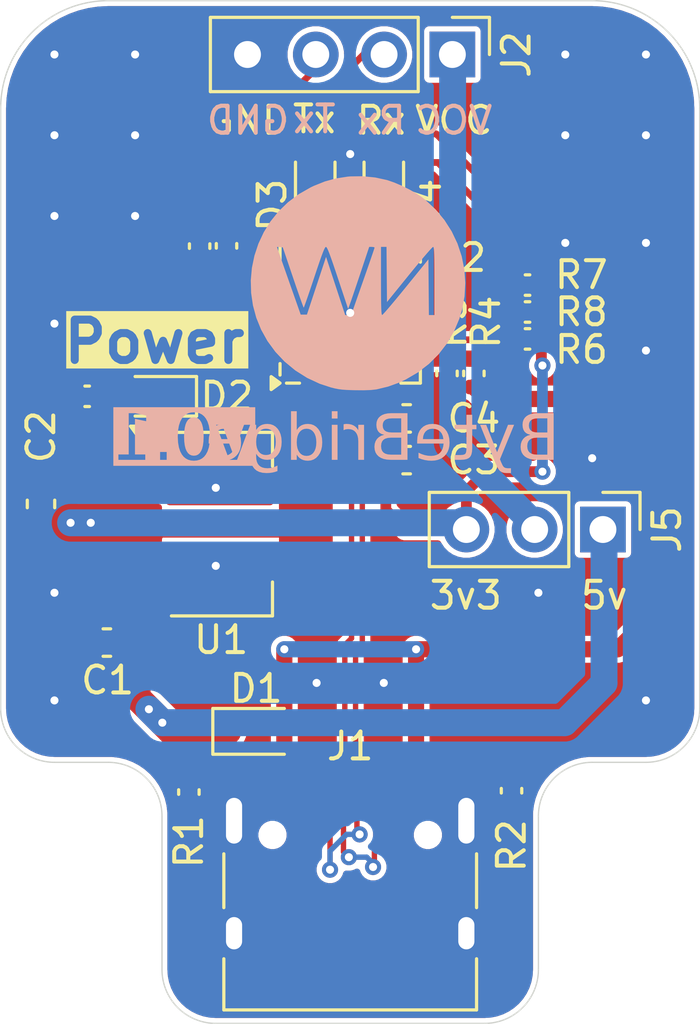
<source format=kicad_pcb>
(kicad_pcb (version 20241229) (generator "pcbnew") (generator_version "9.0")
  (layers (0 "F.Cu" signal) (2 "B.Cu" signal) (13 "F.Paste" user) (15 "B.Paste" user) (5 "F.SilkS" user "F.Silkscreen") (7 "B.SilkS" user "B.Silkscreen") (1 "F.Mask" user) (3 "B.Mask" user) (25 "Edge.Cuts" user))
  (net 0 "")
  (net 1 "+5V")
  (net 2 "GND")
  (net 3 "+3.3V")
  (net 4 "VBUS")
  (net 5 "Net-(D2-A)")
  (net 6 "Net-(D3-K)")
  (net 7 "Net-(D3-A)")
  (net 8 "Net-(D4-K)")
  (net 9 "Net-(D4-A)")
  (net 10 "/D+")
  (net 11 "Net-(J1-CC2)")
  (net 12 "/D-")
  (net 15 "Net-(J1-CC1)")
  (net 16 "Net-(J2-Pin_1)")
  (net 17 "/RX")
  (net 18 "/TX")
  (net 24 "/~{RST}")
  (net 25 "Net-(U2-VBUS)")
  (net 26 "Net-(U2-TXD)")
  (net 27 "Net-(U2-RXD)")
  (footprint "Capacitor_SMD:C_0603_1608Metric" (layer "F.Cu") (at 149.015 88.036808)
    (property "Reference" "C3" (at 2.5 0 0) (layer "F.SilkS"))
    (property "Value" "22u" (hide yes))
    (fp_line (start -0.14058 -0.51) (end 0.14058 -0.51) (stroke (width 0.12)) (layer "F.SilkS"))
    (fp_line (start -0.14058 0.51) (end 0.14058 0.51) (stroke (width 0.12)) (layer "F.SilkS"))
    (pad "1" smd roundrect (at -0.775 0) (size 0.9 0.95) (layers "F.Cu" "F.Mask" "F.Paste") (net 3 "+3.3V"))
    (pad "2" smd roundrect (at 0.775 0) (size 0.9 0.95) (layers "F.Cu" "F.Mask" "F.Paste") (net 2 "GND"))
  )
  (footprint "LED_SMD:LED_0603_1608Metric" (layer "F.Cu") (at 139.715 85.665 180)
    (property "Reference" "D2" (at -2.6125 0 0) (layer "F.SilkS"))
    (property "Value" "LED" (hide yes))
    (fp_line (start 0.8 -0.735) (end -1.485 -0.735) (stroke (width 0.12)) (layer "F.SilkS"))
    (fp_line (start -1.485 0.735) (end 0.8 0.735) (stroke (width 0.12)) (layer "F.SilkS"))
    (fp_line (start -1.485 -0.735) (end -1.485 0.735) (stroke (width 0.12)) (layer "F.SilkS"))
    (pad "1" smd roundrect (at -0.7875 0 180) (size 0.875 0.95) (layers "F.Cu" "F.Mask" "F.Paste") (net 2 "GND"))
    (pad "2" smd roundrect (at 0.7875 0 180) (size 0.875 0.95) (layers "F.Cu" "F.Mask" "F.Paste") (net 5 "Net-(D2-A)"))
  )
  (footprint "Resistor_SMD:R_0402_1005Metric" (layer "F.Cu") (at 142.315 80.079494 -90)
    (property "Reference" "R10" (hide yes))
    (property "Value" "0" (hide yes))
    (fp_line (start -0.09 0.38) (end 0.08 0.38) (stroke (width 0.12)) (layer "F.SilkS"))
    (fp_line (start -0.09 -0.38) (end 0.08 -0.38) (stroke (width 0.12)) (layer "F.SilkS"))
    (pad "1" smd roundrect (at -0.51 0 270) (size 0.54 0.64) (layers "F.Cu" "F.Mask" "F.Paste") (net 17 "/RX"))
    (pad "2" smd roundrect (at 0.51 0 270) (size 0.54 0.64) (layers "F.Cu" "F.Mask" "F.Paste") (net 27 "Net-(U2-RXD)"))
  )
  (footprint "Connector_PinHeader_2.54mm:PinHeader_1x04_P2.54mm_Vertical" (layer "F.Cu") (at 150.715 72.965 -90)
    (property "Reference" "J2" (at 0 -2.38 90) (layer "F.SilkS"))
    (property "Value" "Conn_01x04_Pin" (hide yes))
    (fp_line (start -1.38 9) (end 1.38 9) (stroke (width 0.12)) (layer "F.SilkS"))
    (fp_line (start -1.38 1.27) (end -1.38 9) (stroke (width 0.12)) (layer "F.SilkS"))
    (fp_line (start -1.38 1.27) (end 1.38 1.27) (stroke (width 0.12)) (layer "F.SilkS"))
    (fp_line (start 1.38 1.27) (end 1.38 9) (stroke (width 0.12)) (layer "F.SilkS"))
    (fp_line (start -1.38 0) (end -1.38 -1.38) (stroke (width 0.12)) (layer "F.SilkS"))
    (fp_line (start -1.38 -1.38) (end 0 -1.38) (stroke (width 0.12)) (layer "F.SilkS"))
    (pad "1" thru_hole rect (at 0 0 270) (size 1.7 1.7) (drill 1) (layers "*.Cu" "*.Mask") (net 16 "Net-(J2-Pin_1)"))
    (pad "2" thru_hole circle (at 0 2.54 270) (size 1.7 1.7) (drill 1) (layers "*.Cu" "*.Mask") (net 17 "/RX"))
    (pad "3" thru_hole circle (at 0 5.08 270) (size 1.7 1.7) (drill 1) (layers "*.Cu" "*.Mask") (net 18 "/TX"))
    (pad "4" thru_hole circle (at 0 7.62 270) (size 1.7 1.7) (drill 1) (layers "*.Cu" "*.Mask") (net 2 "GND"))
  )
  (footprint "Resistor_SMD:R_0402_1005Metric" (layer "F.Cu") (at 141.315 80.079494 90)
    (property "Reference" "R9" (hide yes))
    (property "Value" "0" (hide yes))
    (fp_line (start -0.09 -0.38) (end 0.08 -0.38) (stroke (width 0.12)) (layer "F.SilkS"))
    (fp_line (start -0.09 0.38) (end 0.08 0.38) (stroke (width 0.12)) (layer "F.SilkS"))
    (pad "1" smd roundrect (at -0.51 0 90) (size 0.54 0.64) (layers "F.Cu" "F.Mask" "F.Paste") (net 26 "Net-(U2-TXD)"))
    (pad "2" smd roundrect (at 0.51 0 90) (size 0.54 0.64) (layers "F.Cu" "F.Mask" "F.Paste") (net 18 "/TX"))
  )
  (footprint "Resistor_SMD:R_0402_1005Metric" (layer "F.Cu") (at 140.915 100.365 90)
    (property "Reference" "R1" (at -1.85 0 90) (layer "F.SilkS"))
    (property "Value" "5k1" (hide yes))
    (fp_line (start -0.09 -0.38) (end 0.08 -0.38) (stroke (width 0.12)) (layer "F.SilkS"))
    (fp_line (start -0.09 0.38) (end 0.08 0.38) (stroke (width 0.12)) (layer "F.SilkS"))
    (pad "1" smd roundrect (at -0.51 0 90) (size 0.54 0.64) (layers "F.Cu" "F.Mask" "F.Paste") (net 15 "Net-(J1-CC1)"))
    (pad "2" smd roundrect (at 0.51 0 90) (size 0.54 0.64) (layers "F.Cu" "F.Mask" "F.Paste") (net 2 "GND"))
  )
  (footprint "Connector_PinHeader_2.54mm:PinHeader_1x03_P2.54mm_Vertical" (layer "F.Cu") (at 156.315 90.615 -90)
    (property "Reference" "J5" (at 0 -2.38 90) (layer "F.SilkS"))
    (property "Value" "Conn_01x03_Pin" (hide yes))
    (fp_line (start -1.38 6.46) (end 1.38 6.46) (stroke (width 0.12)) (layer "F.SilkS"))
    (fp_line (start -1.38 1.27) (end -1.38 6.46) (stroke (width 0.12)) (layer "F.SilkS"))
    (fp_line (start -1.38 1.27) (end 1.38 1.27) (stroke (width 0.12)) (layer "F.SilkS"))
    (fp_line (start 1.38 1.27) (end 1.38 6.46) (stroke (width 0.12)) (layer "F.SilkS"))
    (fp_line (start -1.38 0) (end -1.38 -1.38) (stroke (width 0.12)) (layer "F.SilkS"))
    (fp_line (start -1.38 -1.38) (end 0 -1.38) (stroke (width 0.12)) (layer "F.SilkS"))
    (pad "1" thru_hole rect (at 0 0 270) (size 1.7 1.7) (drill 1) (layers "*.Cu" "*.Mask") (net 1 "+5V"))
    (pad "2" thru_hole circle (at 0 2.54 270) (size 1.7 1.7) (drill 1) (layers "*.Cu" "*.Mask") (net 16 "Net-(J2-Pin_1)"))
    (pad "3" thru_hole circle (at 0 5.08 270) (size 1.7 1.7) (drill 1) (layers "*.Cu" "*.Mask") (net 3 "+3.3V"))
  )
  (footprint "Resistor_SMD:R_0402_1005Metric" (layer "F.Cu") (at 150.515 84.81036 90)
    (property "Reference" "R5" (at 1.91 0.2 90) (layer "F.SilkS"))
    (property "Value" "47.5k" (hide yes))
    (fp_line (start -0.09 -0.38) (end 0.08 -0.38) (stroke (width 0.12)) (layer "F.SilkS"))
    (fp_line (start -0.09 0.38) (end 0.08 0.38) (stroke (width 0.12)) (layer "F.SilkS"))
    (pad "1" smd roundrect (at -0.51 0 90) (size 0.54 0.64) (layers "F.Cu" "F.Mask" "F.Paste") (net 2 "GND"))
    (pad "2" smd roundrect (at 0.51 0 90) (size 0.54 0.64) (layers "F.Cu" "F.Mask" "F.Paste") (net 25 "Net-(U2-VBUS)"))
  )
  (footprint "Resistor_SMD:R_0402_1005Metric" (layer "F.Cu") (at 137.1275 85.665 180)
    (property "Reference" "R3" (hide yes))
    (property "Value" "1k" (hide yes))
    (fp_line (start -0.09 0.38) (end 0.08 0.38) (stroke (width 0.12)) (layer "F.SilkS"))
    (fp_line (start -0.09 -0.38) (end 0.08 -0.38) (stroke (width 0.12)) (layer "F.SilkS"))
    (pad "1" smd roundrect (at -0.51 0 180) (size 0.54 0.64) (layers "F.Cu" "F.Mask" "F.Paste") (net 5 "Net-(D2-A)"))
    (pad "2" smd roundrect (at 0.51 0 180) (size 0.54 0.64) (layers "F.Cu" "F.Mask" "F.Paste") (net 3 "+3.3V"))
  )
  (footprint "Connector_USB:USB_C_Receptacle_HRO_TYPE-C-31-M-12" (layer "F.Cu") (at 146.915 104.565)
    (property "Reference" "J1" (at 0 -5.9 0) (layer "F.SilkS"))
    (property "Value" "USB_C_Receptacle_USB2.0_16P" (hide yes))
    (fp_line (start -4.7 -1.9) (end -4.7 0.1) (stroke (width 0.12)) (layer "F.SilkS"))
    (fp_line (start -4.7 2) (end -4.7 3.9) (stroke (width 0.12)) (layer "F.SilkS"))
    (fp_line (start -4.7 3.9) (end 4.7 3.9) (stroke (width 0.12)) (layer "F.SilkS"))
    (fp_line (start 4.7 -1.9) (end 4.7 0.1) (stroke (width 0.12)) (layer "F.SilkS"))
    (fp_line (start 4.7 2) (end 4.7 3.9) (stroke (width 0.12)) (layer "F.SilkS"))
    (pad "" np_thru_hole circle (at -2.89 -2.6) (size 0.65 0.65) (drill 0.65) (layers "*.Cu" "*.Mask"))
    (pad "" np_thru_hole circle (at 2.89 -2.6) (size 0.65 0.65) (drill 0.65) (layers "*.Cu" "*.Mask"))
    (pad "A1" smd rect (at -3.25 -4.045) (size 0.6 1.45) (layers "F.Cu" "F.Mask" "F.Paste") (net 2 "GND"))
    (pad "A4" smd rect (at -2.45 -4.045) (size 0.6 1.45) (layers "F.Cu" "F.Mask" "F.Paste") (net 4 "VBUS"))
    (pad "A5" smd rect (at -1.25 -4.045) (size 0.3 1.45) (layers "F.Cu" "F.Mask" "F.Paste") (net 15 "Net-(J1-CC1)"))
    (pad "A6" smd rect (at -0.25 -4.045) (size 0.3 1.45) (layers "F.Cu" "F.Mask" "F.Paste") (net 10 "/D+"))
    (pad "A7" smd rect (at 0.25 -4.045) (size 0.3 1.45) (layers "F.Cu" "F.Mask" "F.Paste") (net 12 "/D-"))
    (pad "A8" smd rect (at 1.25 -4.045) (size 0.3 1.45) (layers "F.Cu" "F.Mask" "F.Paste"))
    (pad "A9" smd rect (at 2.45 -4.045) (size 0.6 1.45) (layers "F.Cu" "F.Mask" "F.Paste") (net 4 "VBUS"))
    (pad "A12" smd rect (at 3.25 -4.045) (size 0.6 1.45) (layers "F.Cu" "F.Mask" "F.Paste") (net 2 "GND"))
    (pad "B1" smd rect (at 3.25 -4.045) (size 0.6 1.45) (layers "F.Cu" "F.Mask" "F.Paste") (net 2 "GND"))
    (pad "B4" smd rect (at 2.45 -4.045) (size 0.6 1.45) (layers "F.Cu" "F.Mask" "F.Paste") (net 4 "VBUS"))
    (pad "B5" smd rect (at 1.75 -4.045) (size 0.3 1.45) (layers "F.Cu" "F.Mask" "F.Paste") (net 11 "Net-(J1-CC2)"))
    (pad "B6" smd rect (at 0.75 -4.045) (size 0.3 1.45) (layers "F.Cu" "F.Mask" "F.Paste") (net 10 "/D+"))
    (pad "B7" smd rect (at -0.75 -4.045) (size 0.3 1.45) (layers "F.Cu" "F.Mask" "F.Paste") (net 12 "/D-"))
    (pad "B8" smd rect (at -1.75 -4.045) (size 0.3 1.45) (layers "F.Cu" "F.Mask" "F.Paste"))
    (pad "B9" smd rect (at -2.45 -4.045) (size 0.6 1.45) (layers "F.Cu" "F.Mask" "F.Paste") (net 4 "VBUS"))
    (pad "B12" smd rect (at -3.25 -4.045) (size 0.6 1.45) (layers "F.Cu" "F.Mask" "F.Paste") (net 2 "GND"))
    (pad "S1" thru_hole oval (at -4.32 -3.13) (size 1 2.1) (drill oval 0.6 1.7) (property pad_prop_heatsink) (layers "*.Cu" "*.Mask") (net 2 "GND"))
    (pad "S1" thru_hole oval (at -4.32 1.05) (size 1 1.6) (drill oval 0.6 1.2) (property pad_prop_heatsink) (layers "*.Cu" "*.Mask") (net 2 "GND"))
    (pad "S1" thru_hole oval (at 4.32 -3.13) (size 1 2.1) (drill oval 0.6 1.7) (property pad_prop_heatsink) (layers "*.Cu" "*.Mask") (net 2 "GND"))
    (pad "S1" thru_hole oval (at 4.32 1.05) (size 1 1.6) (drill oval 0.6 1.2) (property pad_prop_heatsink) (layers "*.Cu" "*.Mask") (net 2 "GND"))
  )
  (footprint "Package_TO_SOT_SMD:SOT-223-3_TabPin2" (layer "F.Cu") (at 142.115 90.415)
    (property "Reference" "U1" (at 0 4.3 0) (layer "F.SilkS"))
    (property "Value" "AMS1117-3.3" (hide yes))
    (fp_line (start -1.85 -3.41) (end 1.91 -3.41) (stroke (width 0.12)) (layer "F.SilkS"))
    (fp_line (start -1.85 3.41) (end 1.91 3.41) (stroke (width 0.12)) (layer "F.SilkS"))
    (fp_line (start 1.91 -3.41) (end 1.91 -2.15) (stroke (width 0.12)) (layer "F.SilkS"))
    (fp_line (start 1.91 3.41) (end 1.91 2.15) (stroke (width 0.12)) (layer "F.SilkS"))
    (fp_poly (pts (xy -3.13 -3.31) (xy -3.37 -3.64) (xy -2.89 -3.64) (xy -3.13 -3.31)) (stroke (width 0.12)) (fill yes) (layer "F.SilkS"))
    (pad "1" smd roundrect (at -3.15 -2.3) (size 2 1.5) (layers "F.Cu" "F.Mask" "F.Paste") (net 2 "GND"))
    (pad "2" smd roundrect (at -3.15 0) (size 2 1.5) (layers "F.Cu" "F.Mask" "F.Paste") (net 3 "+3.3V"))
    (pad "2" smd roundrect (at 3.15 0) (size 2 3.8) (layers "F.Cu" "F.Mask" "F.Paste") (net 3 "+3.3V"))
    (pad "3" smd roundrect (at -3.15 2.3) (size 2 1.5) (layers "F.Cu" "F.Mask" "F.Paste") (net 1 "+5V"))
  )
  (footprint "LED_SMD:LED_0603_1608Metric" (layer "F.Cu") (at 148.165 77.765 90)
    (property "Reference" "D4" (at -0.8 1.6 90) (layer "F.SilkS"))
    (property "Value" "LED" (hide yes))
    (fp_line (start 0.8 -0.735) (end -1.485 -0.735) (stroke (width 0.12)) (layer "F.SilkS"))
    (fp_line (start -1.485 -0.735) (end -1.485 0.735) (stroke (width 0.12)) (layer "F.SilkS"))
    (fp_line (start -1.485 0.735) (end 0.8 0.735) (stroke (width 0.12)) (layer "F.SilkS"))
    (pad "1" smd roundrect (at -0.7875 0 90) (size 0.875 0.95) (layers "F.Cu" "F.Mask" "F.Paste") (net 8 "Net-(D4-K)"))
    (pad "2" smd roundrect (at 0.7875 0 90) (size 0.875 0.95) (layers "F.Cu" "F.Mask" "F.Paste") (net 9 "Net-(D4-A)"))
  )
  (footprint "Capacitor_SMD:C_0603_1608Metric" (layer "F.Cu") (at 149.015 86.486808)
    (property "Reference" "C4" (at 2.5 0 0) (layer "F.SilkS"))
    (property "Value" "100n" (hide yes))
    (fp_line (start -0.14058 -0.51) (end 0.14058 -0.51) (stroke (width 0.12)) (layer "F.SilkS"))
    (fp_line (start -0.14058 0.51) (end 0.14058 0.51) (stroke (width 0.12)) (layer "F.SilkS"))
    (pad "1" smd roundrect (at -0.775 0) (size 0.9 0.95) (layers "F.Cu" "F.Mask" "F.Paste") (net 3 "+3.3V"))
    (pad "2" smd roundrect (at 0.775 0) (size 0.9 0.95) (layers "F.Cu" "F.Mask" "F.Paste") (net 2 "GND"))
  )
  (footprint "Resistor_SMD:R_0402_1005Metric" (layer "F.Cu") (at 152.915 100.315 90)
    (property "Reference" "R2" (at -2.05 0 90) (layer "F.SilkS"))
    (property "Value" "5k1" (hide yes))
    (fp_line (start -0.09 -0.38) (end 0.08 -0.38) (stroke (width 0.12)) (layer "F.SilkS"))
    (fp_line (start -0.09 0.38) (end 0.08 0.38) (stroke (width 0.12)) (layer "F.SilkS"))
    (pad "1" smd roundrect (at -0.51 0 90) (size 0.54 0.64) (layers "F.Cu" "F.Mask" "F.Paste") (net 11 "Net-(J1-CC2)"))
    (pad "2" smd roundrect (at 0.51 0 90) (size 0.54 0.64) (layers "F.Cu" "F.Mask" "F.Paste") (net 2 "GND"))
  )
  (footprint "Resistor_SMD:R_0402_1005Metric" (layer "F.Cu") (at 153.515 81.532403)
    (property "Reference" "R7" (at 2 -0.38 0) (layer "F.SilkS"))
    (property "Value" "1k" (hide yes))
    (fp_line (start -0.09 -0.38) (end 0.08 -0.38) (stroke (width 0.12)) (layer "F.SilkS"))
    (fp_line (start -0.09 0.38) (end 0.08 0.38) (stroke (width 0.12)) (layer "F.SilkS"))
    (pad "1" smd roundrect (at -0.51 0) (size 0.54 0.64) (layers "F.Cu" "F.Mask" "F.Paste") (net 7 "Net-(D3-A)"))
    (pad "2" smd roundrect (at 0.51 0) (size 0.54 0.64) (layers "F.Cu" "F.Mask" "F.Paste") (net 3 "+3.3V"))
  )
  (footprint "LED_SMD:LED_0603_1608Metric" (layer "F.Cu") (at 145.615 77.765 90)
    (property "Reference" "D3" (at -0.8 -1.6 90) (layer "F.SilkS"))
    (property "Value" "LED" (hide yes))
    (fp_line (start 0.8 -0.735) (end -1.485 -0.735) (stroke (width 0.12)) (layer "F.SilkS"))
    (fp_line (start -1.485 -0.735) (end -1.485 0.735) (stroke (width 0.12)) (layer "F.SilkS"))
    (fp_line (start -1.485 0.735) (end 0.8 0.735) (stroke (width 0.12)) (layer "F.SilkS"))
    (pad "1" smd roundrect (at -0.7875 0 90) (size 0.875 0.95) (layers "F.Cu" "F.Mask" "F.Paste") (net 6 "Net-(D3-K)"))
    (pad "2" smd roundrect (at 0.7875 0 90) (size 0.875 0.95) (layers "F.Cu" "F.Mask" "F.Paste") (net 7 "Net-(D3-A)"))
  )
  (footprint "Diode_SMD:D_SOD-323" (layer "F.Cu") (at 143.415 98.115)
    (property "Reference" "D1" (at 0 -1.59 0) (layer "F.SilkS"))
    (property "Value" "D_Schottky_Small" (hide yes))
    (fp_line (start -1.61 -0.85) (end -1.61 0.85) (stroke (width 0.12)) (layer "F.SilkS"))
    (fp_line (start -1.61 -0.85) (end 1.05 -0.85) (stroke (width 0.12)) (layer "F.SilkS"))
    (fp_line (start -1.61 0.85) (end 1.05 0.85) (stroke (width 0.12)) (layer "F.SilkS"))
    (pad "1" smd roundrect (at -1.05 0) (size 0.6 0.45) (layers "F.Cu" "F.Mask" "F.Paste") (net 1 "+5V"))
    (pad "2" smd roundrect (at 1.05 0) (size 0.6 0.45) (layers "F.Cu" "F.Mask" "F.Paste") (net 4 "VBUS"))
  )
  (footprint "Resistor_SMD:R_0402_1005Metric" (layer "F.Cu") (at 151.515 84.81036 90)
    (property "Reference" "R4" (at 1.9 0.45 90) (layer "F.SilkS"))
    (property "Value" "22.1k" (hide yes))
    (fp_line (start -0.09 -0.38) (end 0.08 -0.38) (stroke (width 0.12)) (layer "F.SilkS"))
    (fp_line (start -0.09 0.38) (end 0.08 0.38) (stroke (width 0.12)) (layer "F.SilkS"))
    (pad "1" smd roundrect (at -0.51 0 90) (size 0.54 0.64) (layers "F.Cu" "F.Mask" "F.Paste") (net 4 "VBUS"))
    (pad "2" smd roundrect (at 0.51 0 90) (size 0.54 0.64) (layers "F.Cu" "F.Mask" "F.Paste") (net 25 "Net-(U2-VBUS)"))
  )
  (footprint "Package_DFN_QFN:QFN-28-1EP_5x5mm_P0.5mm_EP3.35x3.35mm" (layer "F.Cu") (at 146.915 82.565 90)
    (property "Reference" "U2" (at 2.05 4.05 180) (layer "F.SilkS"))
    (property "Value" "CP2102N-Axx-xQFN28" (hide yes))
    (fp_line (start 2.61 -2.61) (end 2.61 -1.885) (stroke (width 0.12)) (layer "F.SilkS"))
    (fp_line (start 1.885 -2.61) (end 2.61 -2.61) (stroke (width 0.12)) (layer "F.SilkS"))
    (fp_line (start -1.885 -2.61) (end -2.31 -2.61) (stroke (width 0.12)) (layer "F.SilkS"))
    (fp_line (start -2.61 -1.885) (end -2.61 -2.37) (stroke (width 0.12)) (layer "F.SilkS"))
    (fp_line (start 2.61 2.61) (end 2.61 1.885) (stroke (width 0.12)) (layer "F.SilkS"))
    (fp_line (start 1.885 2.61) (end 2.61 2.61) (stroke (width 0.12)) (layer "F.SilkS"))
    (fp_line (start -1.885 2.61) (end -2.61 2.61) (stroke (width 0.12)) (layer "F.SilkS"))
    (fp_line (start -2.61 2.61) (end -2.61 1.885) (stroke (width 0.12)) (layer "F.SilkS"))
    (fp_poly (pts (xy -2.61 -2.61) (xy -2.85 -2.94) (xy -2.37 -2.94)) (stroke (width 0.12)) (fill yes) (layer "F.SilkS"))
    (pad "1" smd roundrect (at -2.45 -1.5 90) (size 0.8 0.25) (layers "F.Cu" "F.Mask" "F.Paste"))
    (pad "2" smd roundrect (at -2.45 -1 90) (size 0.8 0.25) (layers "F.Cu" "F.Mask" "F.Paste"))
    (pad "3" smd roundrect (at -2.45 -0.5 90) (size 0.8 0.25) (layers "F.Cu" "F.Mask" "F.Paste") (net 2 "GND"))
    (pad "4" smd roundrect (at -2.450001 0 90) (size 0.8 0.25) (layers "F.Cu" "F.Mask" "F.Paste") (net 10 "/D+"))
    (pad "5" smd roundrect (at -2.45 0.5 90) (size 0.8 0.25) (layers "F.Cu" "F.Mask" "F.Paste") (net 12 "/D-"))
    (pad "6" smd roundrect (at -2.45 1 90) (size 0.8 0.25) (layers "F.Cu" "F.Mask" "F.Paste") (net 3 "+3.3V"))
    (pad "7" smd roundrect (at -2.45 1.5 90) (size 0.8 0.25) (layers "F.Cu" "F.Mask" "F.Paste") (net 3 "+3.3V"))
    (pad "8" smd roundrect (at -1.5 2.45 90) (size 0.25 0.8) (layers "F.Cu" "F.Mask" "F.Paste") (net 25 "Net-(U2-VBUS)"))
    (pad "9" smd roundrect (at -1 2.45 90) (size 0.25 0.8) (layers "F.Cu" "F.Mask" "F.Paste") (net 24 "/~{RST}"))
    (pad "10" smd roundrect (at -0.5 2.45 90) (size 0.25 0.8) (layers "F.Cu" "F.Mask" "F.Paste"))
    (pad "11" smd roundrect (at 0 2.450001 90) (size 0.25 0.8) (layers "F.Cu" "F.Mask" "F.Paste"))
    (pad "12" smd roundrect (at 0.5 2.45 90) (size 0.25 0.8) (layers "F.Cu" "F.Mask" "F.Paste"))
    (pad "13" smd roundrect (at 1 2.45 90) (size 0.25 0.8) (layers "F.Cu" "F.Mask" "F.Paste"))
    (pad "14" smd roundrect (at 1.5 2.45 90) (size 0.25 0.8) (layers "F.Cu" "F.Mask" "F.Paste"))
    (pad "15" smd roundrect (at 2.45 1.5 90) (size 0.8 0.25) (layers "F.Cu" "F.Mask" "F.Paste"))
    (pad "16" smd roundrect (at 2.45 1 90) (size 0.8 0.25) (layers "F.Cu" "F.Mask" "F.Paste"))
    (pad "17" smd roundrect (at 2.45 0.5 90) (size 0.8 0.25) (layers "F.Cu" "F.Mask" "F.Paste"))
    (pad "18" smd roundrect (at 2.450001 0 90) (size 0.8 0.25) (layers "F.Cu" "F.Mask" "F.Paste") (net 8 "Net-(D4-K)"))
    (pad "19" smd roundrect (at 2.45 -0.5 90) (size 0.8 0.25) (layers "F.Cu" "F.Mask" "F.Paste") (net 6 "Net-(D3-K)"))
    (pad "20" smd roundrect (at 2.45 -1 90) (size 0.8 0.25) (layers "F.Cu" "F.Mask" "F.Paste"))
    (pad "21" smd roundrect (at 2.45 -1.5 90) (size 0.8 0.25) (layers "F.Cu" "F.Mask" "F.Paste"))
    (pad "22" smd roundrect (at 1.5 -2.45 90) (size 0.25 0.8) (layers "F.Cu" "F.Mask" "F.Paste"))
    (pad "23" smd roundrect (at 1 -2.45 90) (size 0.25 0.8) (layers "F.Cu" "F.Mask" "F.Paste"))
    (pad "24" smd roundrect (at 0.5 -2.45 90) (size 0.25 0.8) (layers "F.Cu" "F.Mask" "F.Paste"))
    (pad "25" smd roundrect (at 0 -2.450001 90) (size 0.25 0.8) (layers "F.Cu" "F.Mask" "F.Paste") (net 27 "Net-(U2-RXD)"))
    (pad "26" smd roundrect (at -0.5 -2.45 90) (size 0.25 0.8) (layers "F.Cu" "F.Mask" "F.Paste") (net 26 "Net-(U2-TXD)"))
    (pad "27" smd roundrect (at -1 -2.45 90) (size 0.25 0.8) (layers "F.Cu" "F.Mask" "F.Paste"))
    (pad "28" smd roundrect (at -1.5 -2.45 90) (size 0.25 0.8) (layers "F.Cu" "F.Mask" "F.Paste"))
    (pad "29" smd rect (at 0 0 90) (size 3.35 3.35) (property pad_prop_heatsink) (layers "F.Cu" "F.Mask") (net 2 "GND"))
  )
  (footprint "Capacitor_SMD:C_0603_1608Metric" (layer "F.Cu") (at 137.865 94.815 180)
    (property "Reference" "C1" (at -0.025 -1.4 0) (layer "F.SilkS"))
    (property "Value" "22u" (hide yes))
    (fp_line (start -0.14058 0.51) (end 0.14058 0.51) (stroke (width 0.12)) (layer "F.SilkS"))
    (fp_line (start -0.14058 -0.51) (end 0.14058 -0.51) (stroke (width 0.12)) (layer "F.SilkS"))
    (pad "1" smd roundrect (at -0.775 0 180) (size 0.9 0.95) (layers "F.Cu" "F.Mask" "F.Paste") (net 1 "+5V"))
    (pad "2" smd roundrect (at 0.775 0 180) (size 0.9 0.95) (layers "F.Cu" "F.Mask" "F.Paste") (net 2 "GND"))
  )
  (footprint "Resistor_SMD:R_0402_1005Metric" (layer "F.Cu") (at 153.515 82.532403)
    (property "Reference" "R8" (at 2 0 0) (layer "F.SilkS"))
    (property "Value" "1k" (hide yes))
    (fp_line (start -0.09 -0.38) (end 0.08 -0.38) (stroke (width 0.12)) (layer "F.SilkS"))
    (fp_line (start -0.09 0.38) (end 0.08 0.38) (stroke (width 0.12)) (layer "F.SilkS"))
    (pad "1" smd roundrect (at -0.51 0) (size 0.54 0.64) (layers "F.Cu" "F.Mask" "F.Paste") (net 9 "Net-(D4-A)"))
    (pad "2" smd roundrect (at 0.51 0) (size 0.54 0.64) (layers "F.Cu" "F.Mask" "F.Paste") (net 3 "+3.3V"))
  )
  (footprint "Capacitor_SMD:C_0603_1608Metric" (layer "F.Cu") (at 135.415 89.665 90)
    (property "Reference" "C2" (at 2.5 0 90) (layer "F.SilkS"))
    (property "Value" "22u" (hide yes))
    (fp_line (start -0.14058 -0.51) (end 0.14058 -0.51) (stroke (width 0.12)) (layer "F.SilkS"))
    (fp_line (start -0.14058 0.51) (end 0.14058 0.51) (stroke (width 0.12)) (layer "F.SilkS"))
    (pad "1" smd roundrect (at -0.775 0 90) (size 0.9 0.95) (layers "F.Cu" "F.Mask" "F.Paste") (net 3 "+3.3V"))
    (pad "2" smd roundrect (at 0.775 0 90) (size 0.9 0.95) (layers "F.Cu" "F.Mask" "F.Paste") (net 2 "GND"))
  )
  (footprint "Resistor_SMD:R_0402_1005Metric" (layer "F.Cu") (at 153.515 83.532403)
    (property "Reference" "R6" (at 2 0.4 0) (layer "F.SilkS"))
    (property "Value" "1k" (hide yes))
    (fp_line (start -0.09 -0.38) (end 0.08 -0.38) (stroke (width 0.12)) (layer "F.SilkS"))
    (fp_line (start -0.09 0.38) (end 0.08 0.38) (stroke (width 0.12)) (layer "F.SilkS"))
    (pad "1" smd roundrect (at -0.51 0) (size 0.54 0.64) (layers "F.Cu" "F.Mask" "F.Paste") (net 24 "/~{RST}"))
    (pad "2" smd roundrect (at 0.51 0) (size 0.54 0.64) (layers "F.Cu" "F.Mask" "F.Paste") (net 3 "+3.3V"))
  )
  (footprint "ByteBridge:Logo" (layer "B.Cu") (at 147.115 81.482756 180)
    (property "Reference" "REF**" (hide yes))
    (property "Value" "Logo" (hide yes))
    (fp_poly (pts (xy 0.189736 3.988899) (xy 0.295108 3.97982) (xy 0.729514 3.913439) (xy 1.139743 3.801946) (xy 1.549822 3.638364) (xy 1.672938 3.579797) (xy 2.118715 3.32498) (xy 2.516692 3.025687) (xy 2.866081 2.687149) (xy 3.166094 2.314595) (xy 3.415944 1.913257) (xy 3.614845 1.488366) (xy 3.762009 1.045152) (xy 3.856649 0.588847) (xy 3.897977 0.124681) (xy 3.885206 -0.342114) (xy 3.817549 -0.806309) (xy 3.694219 -1.262672) (xy 3.514429 -1.705972) (xy 3.277391 -2.130979) (xy 2.982318 -2.532462) (xy 2.646392 -2.888384) (xy 2.243914 -3.220984) (xy 1.803849 -3.498737) (xy 1.333408 -3.717613) (xy 0.919838 -3.853075) (xy 0.772932 -3.889804) (xy 0.638557 -3.916188) (xy 0.498605 -3.934295) (xy 0.334971 -3.946197) (xy 0.129548 -3.953963) (xy 0.012695 -3.956788) (xy -0.310382 -3.958747) (xy -0.56793 -3.949253) (xy -0.761935 -3.928222) (xy -0.791752 -3.92292) (xy -1.212894 -3.821042) (xy -1.607008 -3.67884) (xy -1.865266 -3.55919) (xy -2.318263 -3.29529) (xy -2.727645 -2.980661) (xy -3.089982 -2.619543) (xy -3.40184 -2.216178) (xy -3.659789 -1.774806) (xy -3.860397 -1.299667) (xy -3.959183 -0.97174) (xy -4.053081 -0.470148) (xy -4.081034 0.033109) (xy -4.076029 0.102696) (xy -2.93124 0.102696) (xy -2.93124 -1.163881) (xy -2.829047 -1.163881) (xy -2.726853 -1.163881) (xy -2.717793 -0.128791) (xy -2.708733 0.906299) (xy -1.870054 -0.126317) (xy -1.68307 -0.355288) (xy -1.508418 -0.566758) (xy -1.351004 -0.754965) (xy -1.215736 -0.914148) (xy -1.107521 -1.038545) (xy -1.031264 -1.122393) (xy -0.991873 -1.159932) (xy -0.988585 -1.161407) (xy -0.977035 -1.148078) (xy -0.967616 -1.103084) (xy -0.960149 -1.021116) (xy -0.954454 -0.896865) (xy -0.950351 -0.725021) (xy -0.94766 -0.500275) (xy -0.946202 -0.217318) (xy -0.945795 0.102696) (xy -0.945795 1.343599) (xy -0.706525 1.343599) (xy -0.695621 1.306619) (xy -0.66439 1.212245) (xy -0.615295 1.067639) (xy -0.550802 0.879965) (xy -0.473372 0.656387) (xy -0.385471 0.404068) (xy -0.289563 0.130172) (xy -0.270897 0.077022) (xy 0.165082 -1.163881) (xy 0.275532 -1.163881) (xy 0.385982 -1.163881) (xy 0.742196 -0.083317) (xy 1.09841 0.997247) (xy 1.454137 -0.074759) (xy 1.809865 -1.146765) (xy 1.925339 -1.146765) (xy 2.040812 -1.146765) (xy 2.48138 0.102696) (xy 2.579096 0.380073) (xy 2.669299 0.636608) (xy 2.749531 0.865275) (xy 2.817335 1.059049) (xy 2.870253 1.210904) (xy 2.905828 1.313816) (xy 2.921604 1.360759) (xy 2.922173 1.362883) (xy 2.89263 1.367304) (xy 2.820659 1.363422) (xy 2.81513 1.362883) (xy 2.707861 1.352157) (xy 2.327327 0.231304) (xy 2.237751 -0.031092) (xy 2.154674 -0.271687) (xy 2.080721 -0.483085) (xy 2.018519 -0.657893) (xy 1.970694 -0.788717) (xy 1.939873 -0.868163) (xy 1.929093 -0.889787) (xy 1.914565 -0.858557) (xy 1.881222 -0.769673) (xy 1.831635 -0.63052) (xy 1.768373 -0.448483) (xy 1.694007 -0.230947) (xy 1.611108 0.014705) (xy 1.536011 0.239623) (xy 1.430974 0.553693) (xy 1.344365 0.80773) (xy 1.274151 1.007036) (xy 1.2183 1.156914) (xy 1.174779 1.262665) (xy 1.141555 1.329592) (xy 1.116597 1.362996) (xy 1.102988 1.369272) (xy 1.082735 1.356143) (xy 1.055566 1.313259) (xy 1.019472 1.235373) (xy 0.972441 1.11724) (xy 0.912463 0.953615) (xy 0.837527 0.73925) (xy 0.745621 0.468902) (xy 0.661158 0.216684) (xy 0.276967 -0.935905) (xy 0.196777 -0.716133) (xy 0.164769 -0.62563) (xy 0.114867 -0.481027) (xy 0.050768 -0.293194) (xy -0.023835 -0.073003) (xy -0.105247 0.168675) (xy -0.189774 0.42097) (xy -0.194946 0.436456) (xy -0.50648 1.369272) (xy -0.606326 1.369272) (xy -0.677351 1.361626) (xy -0.706525 1.343599) (xy -0.945795 1.343599) (xy -0.945795 1.369272) (xy -1.047989 1.369272) (xy -1.150182 1.369272) (xy -1.159242 0.344559) (xy -1.168302 -0.680154) (xy -2.000288 0.344559) (xy -2.1867 0.572621) (xy -2.361084 0.783035) (xy -2.518472 0.970025) (xy -2.653898 1.127817) (xy -2.762392 1.250636) (xy -2.838988 1.332706) (xy -2.878717 1.368254) (xy -2.881757 1.369272) (xy -2.89476 1.3612) (xy -2.905327 1.332896) (xy -2.913699 1.27823) (xy -2.920115 1.191069) (xy -2.924814 1.065285) (xy -2.928036 0.894745) (xy -2.930021 0.673319) (xy -2.931007 0.394876) (xy -2.93124 0.102696) (xy -4.076029 0.102696) (xy -4.045142 0.532132) (xy -3.947505 1.02102) (xy -3.790223 1.493875) (xy -3.575395 1.944795) (xy -3.305122 2.367883) (xy -2.981503 2.757237) (xy -2.606637 3.106958) (xy -2.469111 3.214865) (xy -2.257621 3.356555) (xy -2.001706 3.501534) (xy -1.723889 3.638756) (xy -1.446692 3.757175) (xy -1.192635 3.845746) (xy -1.168302 3.852841) (xy -0.730149 3.948139) (xy -0.268626 3.994259)) (fill yes) (layer "B.SilkS"))
  )
  (gr_arc (start 137.915 99.265) (mid 139.329214 99.850786) (end 139.915 101.265) (stroke (width 0.05)) (layer "Edge.Cuts"))
  (gr_line (start 137.915 70.965) (end 155.915 70.965) (stroke (width 0.05)) (layer "Edge.Cuts"))
  (gr_arc (start 153.915 106.965) (mid 153.329214 108.379214) (end 151.915 108.965) (stroke (width 0.05)) (layer "Edge.Cuts"))
  (gr_line (start 137.915 99.265) (end 135.915 99.265) (stroke (width 0.05)) (layer "Edge.Cuts"))
  (gr_line (start 151.915 108.965) (end 141.915 108.965) (stroke (width 0.05)) (layer "Edge.Cuts"))
  (gr_line (start 133.915 97.265) (end 133.915 74.965) (stroke (width 0.05)) (layer "Edge.Cuts"))
  (gr_arc (start 141.915 108.965) (mid 140.500786 108.379214) (end 139.915 106.965) (stroke (width 0.05)) (layer "Edge.Cuts"))
  (gr_line (start 153.915 101.265) (end 153.915 106.965) (stroke (width 0.05)) (layer "Edge.Cuts"))
  (gr_arc (start 135.915 99.265) (mid 134.500786 98.679214) (end 133.915 97.265) (stroke (width 0.05)) (layer "Edge.Cuts"))
  (gr_line (start 157.915 99.265) (end 155.915 99.265) (stroke (width 0.05)) (layer "Edge.Cuts"))
  (gr_line (start 159.915 74.965) (end 159.915 97.265) (stroke (width 0.05)) (layer "Edge.Cuts"))
  (gr_arc (start 153.915 101.265) (mid 154.500786 99.850786) (end 155.915 99.265) (stroke (width 0.05)) (layer "Edge.Cuts"))
  (gr_line (start 139.915 101.265) (end 139.915 106.965) (stroke (width 0.05)) (layer "Edge.Cuts"))
  (gr_arc (start 133.915 74.965) (mid 135.086573 72.136573) (end 137.915 70.965) (stroke (width 0.05)) (layer "Edge.Cuts"))
  (gr_arc (start 159.915 97.265) (mid 159.329214 98.679214) (end 157.915 99.265) (stroke (width 0.05)) (layer "Edge.Cuts"))
  (gr_arc (start 155.915 70.965) (mid 158.743427 72.136573) (end 159.915 74.965) (stroke (width 0.05)) (layer "Edge.Cuts"))
  (gr_text "5v" (at 156.365 93.065 0) (layer "F.SilkS") (effects (font (size 1 1))))
  (gr_text "3v3" (at 151.215 93.065 0) (layer "F.SilkS") (effects (font (size 1 1))))
  (gr_text "Tx" (at 145.58 75.365 0) (layer "F.SilkS") (effects (font (size 1 1))))
  (gr_text "Power" (at 136.115 84.515 0) (layer "F.SilkS" knockout) (effects (font (size 1.5 1.5) (thickness 0.3) (bold yes)) (justify left bottom)))
  (gr_text "GND" (at 143.115 75.415 0) (layer "F.SilkS") (effects (font (size 1 1))))
  (gr_text "VCC" (at 150.765 75.415 0) (layer "F.SilkS") (effects (font (size 1 1))))
  (gr_text "Rx" (at 148.065 75.415 0) (layer "F.SilkS") (effects (font (size 1 1))))
  (gr_text "GND" (at 143.115 75.415 0) (layer "B.SilkS") (effects (font (size 1 1)) (justify mirror)))
  (gr_text "Rx" (at 148.065 75.415 0) (layer "B.SilkS") (effects (font (size 1 1)) (justify mirror)))
  (gr_text "v0.1" (at 143.265 88.315 0) (layer "B.SilkS" knockout) (effects (font (size 1.7 1.7) (thickness 0.1)) (justify left bottom mirror)))
  (gr_text "ByteBridge" (at 154.715 88.315 0) (layer "B.SilkS") (effects (font (size 1.7 1.7) (thickness 0.1)) (justify left bottom mirror)))
  (gr_text "Tx" (at 145.58 75.365 0) (layer "B.SilkS") (effects (font (size 1 1)) (justify mirror)))
  (gr_text "VCC" (at 150.765 75.415 0) (layer "B.SilkS") (effects (font (size 1 1)) (justify mirror)))
  (segment (start 138.99 95.165) (end 138.64 94.815) (width 1) (layer "F.Cu") (net 1))
  (segment (start 142.355 98.105) (end 142.365 98.115) (width 1) (layer "F.Cu") (net 1))
  (segment (start 139.9275 97.7925) (end 140.24 98.105) (width 1) (layer "F.Cu") (net 1))
  (segment (start 140.24 98.105) (end 142.355 98.105) (width 1) (layer "F.Cu") (net 1))
  (segment (start 139.9275 97.7925) (end 138.99 96.855) (width 1) (layer "F.Cu") (net 1))
  (segment (start 138.99 96.855) (end 138.99 95.165) (width 1) (layer "F.Cu") (net 1))
  (via (at 139.4275 97.2925) (size 0.6) (drill 0.3) (layers "F.Cu" "B.Cu") (net 1))
  (via (at 139.9275 97.7925) (size 0.6) (drill 0.3) (layers "F.Cu" "B.Cu") (net 1))
  (segment (start 139.4275 97.2925) (end 139.9275 97.7925) (width 1) (layer "B.Cu") (net 1))
  (segment (start 156.355 90.655) (end 156.315 90.615) (width 1) (layer "B.Cu") (net 1))
  (segment (start 156.355 96.325) (end 156.355 90.655) (width 1) (layer "B.Cu") (net 1))
  (segment (start 154.8875 97.7925) (end 156.355 96.325) (width 1) (layer "B.Cu") (net 1))
  (segment (start 139.9275 97.7925) (end 154.8875 97.7925) (width 1) (layer "B.Cu") (net 1))
  (via (at 153.915 92.965) (size 0.6) (drill 0.3) (layers "F.Cu" "B.Cu") (net 2))
  (via (at 154.915 79.965) (size 0.6) (drill 0.3) (layers "F.Cu" "B.Cu") (net 2))
  (via (at 154.915 72.965) (size 0.6) (drill 0.3) (layers "F.Cu" "B.Cu") (net 2))
  (via (at 157.915 96.965) (size 0.6) (drill 0.3) (layers "F.Cu" "B.Cu") (net 2))
  (via (at 157.915 75.965) (size 0.6) (drill 0.3) (layers "F.Cu" "B.Cu") (net 2))
  (via (at 157.915 79.965) (size 0.6) (drill 0.3) (layers "F.Cu" "B.Cu") (net 2))
  (via (at 157.915 72.965) (size 0.6) (drill 0.3) (layers "F.Cu" "B.Cu") (net 2))
  (via (at 135.915 72.965) (size 0.6) (drill 0.3) (layers "F.Cu" "B.Cu") (net 2))
  (via (at 146.915 82.565) (size 0.6) (drill 0.3) (layers "F.Cu" "B.Cu") (net 2))
  (via (at 141.915 89.065) (size 0.6) (drill 0.3) (layers "F.Cu" "B.Cu") (net 2))
  (via (at 135.915 82.965) (size 0.6) (drill 0.3) (layers "F.Cu" "B.Cu") (net 2))
  (via (at 135.915 78.965) (size 0.6) (drill 0.3) (layers "F.Cu" "B.Cu") (net 2))
  (via (at 157.915 83.965) (size 0.6) (drill 0.3) (layers "F.Cu" "B.Cu") (net 2))
  (via (at 138.915 78.965) (size 0.6) (drill 0.3) (layers "F.Cu" "B.Cu") (net 2))
  (via (at 154.915 75.965) (size 0.6) (drill 0.3) (layers "F.Cu" "B.Cu") (net 2))
  (via (at 135.915 75.965) (size 0.6) (drill 0.3) (layers "F.Cu" "B.Cu") (net 2))
  (via (at 148.165 96.315) (size 0.6) (drill 0.3) (layers "F.Cu" "B.Cu") (net 2))
  (via (at 138.915 75.965) (size 0.6) (drill 0.3) (layers "F.Cu" "B.Cu") (net 2))
  (via (at 138.915 72.965) (size 0.6) (drill 0.3) (layers "F.Cu" "B.Cu") (net 2))
  (via (at 145.665 96.315) (size 0.6) (drill 0.3) (layers "F.Cu" "B.Cu") (net 2))
  (via (at 135.915 96.965) (size 0.6) (drill 0.3) (layers "F.Cu" "B.Cu") (net 2))
  (via (at 141.915 91.965) (size 0.6) (drill 0.3) (layers "F.Cu" "B.Cu") (net 2))
  (via (at 146.915 76.665) (size 0.6) (drill 0.3) (layers "F.Cu" "B.Cu") (net 2))
  (via (at 135.915 92.965) (size 0.6) (drill 0.3) (layers "F.Cu" "B.Cu") (net 2))
  (via (at 155.915 87.965) (size 0.6) (drill 0.3) (layers "F.Cu" "B.Cu") (net 2))
  (segment (start 136.6175 90.2625) (end 136.515 90.365) (width 0.3) (layer "F.Cu") (net 3))
  (segment (start 154.065 84.52036) (end 154.025 84.48036) (width 0.4) (layer "F.Cu") (net 3))
  (segment (start 145.265 90.415) (end 138.965 90.415) (width 1) (layer "F.Cu") (net 3))
  (segment (start 151.965 88.465) (end 151.235 89.195) (width 0.4) (layer "F.Cu") (net 3))
  (segment (start 136.6175 85.665) (end 136.6175 90.2625) (width 0.3) (layer "F.Cu") (net 3))
  (segment (start 148.24 89.89) (end 148.24 87.565) (width 0.4) (layer "F.Cu") (net 3))
  (segment (start 154.025 81.532403) (end 154.025 82.532403) (width 0.6) (layer "F.Cu") (net 3))
  (segment (start 154.025 84.48036) (end 154.025 83.532403) (width 0.4) (layer "F.Cu") (net 3))
  (segment (start 151.235 90.615) (end 150.985 90.615) (width 0.3) (layer "F.Cu") (net 3))
  (segment (start 150.985 90.615) (end 150.75 90.85) (width 0.3) (layer "F.Cu") (net 3))
  (segment (start 154.065 88.465) (end 151.965 88.465) (width 0.4) (layer "F.Cu") (net 3))
  (segment (start 151.235 90.615) (end 148.965 90.615) (width 0.4) (layer "F.Cu") (net 3))
  (segment (start 151.235 89.195) (end 151.235 90.615) (width 0.4) (layer "F.Cu") (net 3))
  (segment (start 154.025 82.532403) (end 154.025 83.532403) (width 0.6) (layer "F.Cu") (net 3))
  (segment (start 148.965 90.615) (end 148.24 89.89) (width 0.4) (layer "F.Cu") (net 3))
  (via (at 154.065 84.52036) (size 0.6) (drill 0.3) (layers "F.Cu" "B.Cu") (net 3))
  (via (at 154.065 88.465) (size 0.6) (drill 0.3) (layers "F.Cu" "B.Cu") (net 3))
  (via (at 137.265 90.365) (size 0.6) (drill 0.3) (layers "F.Cu" "B.Cu") (net 3))
  (via (at 136.515 90.365) (size 0.6) (drill 0.3) (layers "F.Cu" "B.Cu") (net 3))
  (segment (start 150.985 90.365) (end 151.235 90.615) (width 1) (layer "B.Cu") (net 3))
  (segment (start 136.515 90.365) (end 150.985 90.365) (width 1) (layer "B.Cu") (net 3))
  (segment (start 154.065 88.465) (end 154.065 84.52036) (width 0.4) (layer "B.Cu") (net 3))
  (segment (start 149.365 95.065) (end 156.865 95.065) (width 0.6) (layer "F.Cu") (net 4))
  (segment (start 151.95964 85.765) (end 151.515 85.32036) (width 0.6) (layer "F.Cu") (net 4))
  (segment (start 157.365 85.765) (end 151.95964 85.765) (width 0.6) (layer "F.Cu") (net 4))
  (segment (start 149.365 100.52) (end 149.365 95.065) (width 0.6) (layer "F.Cu") (net 4))
  (segment (start 158.365 93.565) (end 158.365 86.765) (width 0.6) (layer "F.Cu") (net 4))
  (segment (start 156.865 95.065) (end 158.365 93.565) (width 0.6) (layer "F.Cu") (net 4))
  (segment (start 158.365 86.765) (end 157.365 85.765) (width 0.6) (layer "F.Cu") (net 4))
  (segment (start 144.465 98.115) (end 144.465 95.065) (width 0.6) (layer "F.Cu") (net 4))
  (segment (start 144.465 100.52) (end 144.465 98.115) (width 0.6) (layer "F.Cu") (net 4))
  (via (at 144.465 95.065) (size 0.6) (drill 0.3) (layers "F.Cu" "B.Cu") (net 4))
  (via (at 149.365 95.065) (size 0.6) (drill 0.3) (layers "F.Cu" "B.Cu") (net 4))
  (segment (start 149.365 95.065) (end 144.465 95.065) (width 0.6) (layer "B.Cu") (net 4))
  (segment (start 137.6375 85.665) (end 138.9275 85.665) (width 0.3) (layer "F.Cu") (net 5))
  (segment (start 146.415 79.3525) (end 145.615 78.5525) (width 0.25) (layer "F.Cu") (net 6))
  (segment (start 146.415 80.115) (end 146.415 79.3525) (width 0.25) (layer "F.Cu") (net 6))
  (segment (start 146.215 75.915) (end 145.615 76.515) (width 0.25) (layer "F.Cu") (net 7))
  (segment (start 145.615 76.515) (end 145.615 76.9775) (width 0.25) (layer "F.Cu") (net 7))
  (segment (start 153.005 78.805) (end 150.115 75.915) (width 0.25) (layer "F.Cu") (net 7))
  (segment (start 153.005 81.532403) (end 153.005 78.805) (width 0.25) (layer "F.Cu") (net 7))
  (segment (start 150.115 75.915) (end 146.215 75.915) (width 0.25) (layer "F.Cu") (net 7))
  (segment (start 146.915 80.114999) (end 146.915 79.415) (width 0.25) (layer "F.Cu") (net 8))
  (segment (start 146.915 79.415) (end 147.7775 78.5525) (width 0.25) (layer "F.Cu") (net 8))
  (segment (start 147.7775 78.5525) (end 148.165 78.5525) (width 0.25) (layer "F.Cu") (net 8))
  (segment (start 152.682403 82.532403) (end 153.005 82.532403) (width 0.25) (layer "F.Cu") (net 9))
  (segment (start 148.165 76.9775) (end 150.1775 76.9775) (width 0.25) (layer "F.Cu") (net 9))
  (segment (start 150.1775 76.9775) (end 152.315 79.115) (width 0.25) (layer "F.Cu") (net 9))
  (segment (start 152.315 79.115) (end 152.315 82.165) (width 0.25) (layer "F.Cu") (net 9))
  (segment (start 152.315 82.165) (end 152.682403 82.532403) (width 0.25) (layer "F.Cu") (net 9))
  (segment (start 147.665 101.491168) (end 147.665 100.52) (width 0.2) (layer "F.Cu") (net 10))
  (segment (start 146.665 100.52) (end 146.665 102.590008) (width 0.2) (layer "F.Cu") (net 10))
  (segment (start 146.965002 94.657154) (end 146.715 94.907156) (width 0.2) (layer "F.Cu") (net 10))
  (segment (start 147.815 103.105) (end 147.815 102.505) (width 0.2) (layer "F.Cu") (net 10))
  (segment (start 146.915 85.015001) (end 146.965002 85.065003) (width 0.2) (layer "F.Cu") (net 10))
  (segment (start 147.866 102.454) (end 147.866 101.692168) (width 0.2) (layer "F.Cu") (net 10))
  (segment (start 147.866 101.692168) (end 147.665 101.491168) (width 0.2) (layer "F.Cu") (net 10))
  (segment (start 146.965002 85.065003) (end 146.965002 94.657154) (width 0.2) (layer "F.Cu") (net 10))
  (segment (start 146.665 102.590008) (end 146.865 102.790008) (width 0.2) (layer "F.Cu") (net 10))
  (segment (start 146.715 94.907156) (end 146.715 100.342499) (width 0.2) (layer "F.Cu") (net 10))
  (segment (start 147.815 102.505) (end 147.866 102.454) (width 0.2) (layer "F.Cu") (net 10))
  (segment (start 147.765 103.155) (end 147.815 103.105) (width 0.2) (layer "F.Cu") (net 10))
  (via (at 146.865 102.790008) (size 0.6) (drill 0.3) (layers "F.Cu" "B.Cu") (net 10))
  (via (at 147.765 103.155) (size 0.6) (drill 0.3) (layers "F.Cu" "B.Cu") (net 10))
  (segment (start 147.765 103.155) (end 147.765 103.025016) (width 0.2) (layer "B.Cu") (net 10))
  (segment (start 147.529992 102.790008) (end 146.865 102.790008) (width 0.2) (layer "B.Cu") (net 10))
  (segment (start 147.765 103.025016) (end 147.529992 102.790008) (width 0.2) (layer "B.Cu") (net 10))
  (segment (start 149.615 103.355) (end 151.965 103.355) (width 0.25) (layer "F.Cu") (net 11))
  (segment (start 152.915 102.405) (end 152.915 100.825) (width 0.25) (layer "F.Cu") (net 11))
  (segment (start 151.965 103.355) (end 152.915 102.405) (width 0.25) (layer "F.Cu") (net 11))
  (segment (start 148.665 100.52) (end 148.665 102.405) (width 0.25) (layer "F.Cu") (net 11))
  (segment (start 148.665 102.405) (end 149.615 103.355) (width 0.25) (layer "F.Cu") (net 11))
  (segment (start 147.115 95.072844) (end 147.115 100.342499) (width 0.2) (layer "F.Cu") (net 12))
  (segment (start 147.415 85.015) (end 147.365002 85.064998) (width 0.2) (layer "F.Cu") (net 12))
  (segment (start 147.365002 94.822842) (end 147.115 95.072844) (width 0.2) (layer "F.Cu") (net 12))
  (segment (start 147.365002 85.064998) (end 147.365002 94.822842) (width 0.2) (layer "F.Cu") (net 12))
  (segment (start 146.165 103.255) (end 146.165 100.52) (width 0.2) (layer "F.Cu") (net 12))
  (segment (start 147.265 101.943563) (end 147.165 101.843563) (width 0.2) (layer "F.Cu") (net 12))
  (segment (start 147.165 101.843563) (end 147.165 100.52) (width 0.2) (layer "F.Cu") (net 12))
  (via (at 147.265 101.943563) (size 0.6) (drill 0.3) (layers "F.Cu" "B.Cu") (net 12))
  (via (at 146.165 103.255) (size 0.6) (drill 0.3) (layers "F.Cu" "B.Cu") (net 12))
  (segment (start 146.782393 101.941111) (end 146.165 102.558504) (width 0.2) (layer "B.Cu") (net 12))
  (segment (start 146.165 102.558504) (end 146.165 103.255) (width 0.2) (layer "B.Cu") (net 12))
  (segment (start 147.265 101.943563) (end 147.262548 101.941111) (width 0.2) (layer "B.Cu") (net 12))
  (segment (start 147.262548 101.941111) (end 146.782393 101.941111) (width 0.2) (layer "B.Cu") (net 12))
  (segment (start 141.915 103.555) (end 140.915 102.555) (width 0.25) (layer "F.Cu") (net 15))
  (segment (start 145.665 102.355) (end 144.465 103.555) (width 0.25) (layer "F.Cu") (net 15))
  (segment (start 144.465 103.555) (end 141.915 103.555) (width 0.25) (layer "F.Cu") (net 15))
  (segment (start 145.665 100.52) (end 145.665 102.355) (width 0.25) (layer "F.Cu") (net 15))
  (segment (start 140.915 102.555) (end 140.915 100.875) (width 0.25) (layer "F.Cu") (net 15))
  (segment (start 153.775 90.615) (end 153.775 90.365) (width 1) (layer "B.Cu") (net 16))
  (segment (start 150.725 87.375) (end 150.725 72.975) (width 1) (layer "B.Cu") (net 16))
  (segment (start 153.675 90.325) (end 150.725 87.375) (width 1) (layer "B.Cu") (net 16))
  (segment (start 150.725 72.975) (end 150.715 72.965) (width 1) (layer "B.Cu") (net 16))
  (segment (start 153.775 90.365) (end 153.815 90.325) (width 1) (layer "B.Cu") (net 16))
  (segment (start 153.815 90.325) (end 153.675 90.325) (width 1) (layer "B.Cu") (net 16))
  (segment (start 147.415 72.965) (end 148.175 72.965) (width 0.25) (layer "F.Cu") (net 17))
  (segment (start 142.315 78.065) (end 147.415 72.965) (width 0.25) (layer "F.Cu") (net 17))
  (segment (start 142.315 79.569494) (end 142.315 78.065) (width 0.25) (layer "F.Cu") (net 17))
  (segment (start 145.635 72.965) (end 145.635 73.495) (width 0.25) (layer "F.Cu") (net 18))
  (segment (start 145.635 73.495) (end 141.315 77.815) (width 0.25) (layer "F.Cu") (net 18))
  (segment (start 141.315 77.815) (end 141.315 79.569494) (width 0.25) (layer "F.Cu") (net 18))
  (segment (start 149.365 83.565) (end 152.972403 83.565) (width 0.25) (layer "F.Cu") (net 24))
  (segment (start 152.972403 83.565) (end 153.005 83.532403) (width 0.25) (layer "F.Cu") (net 24))
  (segment (start 143.602753 83.065) (end 144.465 83.065) (width 0.25) (layer "F.Cu") (net 26))
  (segment (start 141.315 80.777247) (end 143.602753 83.065) (width 0.25) (layer "F.Cu") (net 26))
  (segment (start 141.315 80.589494) (end 141.315 80.777247) (width 0.25) (layer "F.Cu") (net 26))
  (segment (start 142.315 80.589494) (end 142.315 80.965) (width 0.25) (layer "F.Cu") (net 27))
  (segment (start 142.315 80.965) (end 143.915 82.565) (width 0.25) (layer "F.Cu") (net 27))
  (segment (start 143.915 82.565) (end 144.464999 82.565) (width 0.25) (layer "F.Cu") (net 27))
  (zone (net 3) (net_name "+3.3V") (layer "F.Cu") (priority 3) (connect_pads yes (clearance 0.2)) (min_thickness 0.25) (fill yes (thermal_gap 0.5) (thermal_bridge_width 0.5))
    (polygon (pts (xy 147.765 84.615) (xy 147.765 88.615) (xy 148.715 88.615) (xy 148.715 84.615)))
  )
  (zone (net 1) (net_name "+5V") (layer "F.Cu") (priority 2) (connect_pads yes (clearance 0.2)) (min_thickness 0.25) (fill yes (thermal_gap 0.5) (thermal_bridge_width 0.5))
    (polygon (pts (xy 137.915 93.215) (xy 137.915 95.54) (xy 139.89 95.54) (xy 139.89 93.215)))
  )
  (zone (net 25) (net_name "Net-(U2-VBUS)") (layer "F.Cu") (priority 4) (connect_pads yes (clearance 0.2)) (min_thickness 0.25) (fill yes (thermal_gap 0.5) (thermal_bridge_width 0.5) (smoothing fillet))
    (polygon (pts (xy 148.965 83.965) (xy 152.015 83.965) (xy 152.015 84.565) (xy 149.765 84.565) (xy 149.765 84.265) (xy 148.965 84.265)))
  )
  (zone (net 3) (net_name "+3.3V") (layer "F.Cu") (priority 1) (connect_pads yes (clearance 0.2)) (min_thickness 0.25) (fill yes (thermal_gap 0.5) (thermal_bridge_width 0.5))
    (polygon (pts (xy 139.915 89.665) (xy 139.915 91.165) (xy 134.615 91.165) (xy 134.615 89.665)))
  )
  (zone (net 2) (net_name "GND") (layers "F.Cu" "B.Cu") (connect_pads yes (clearance 0.2)) (min_thickness 0.25) (fill yes (thermal_gap 0.5) (thermal_bridge_width 0.5))
    (polygon (pts (xy 133.915 108.965) (xy 159.915 108.965) (xy 159.915 70.965) (xy 133.915 70.965)))
  )
)
</source>
